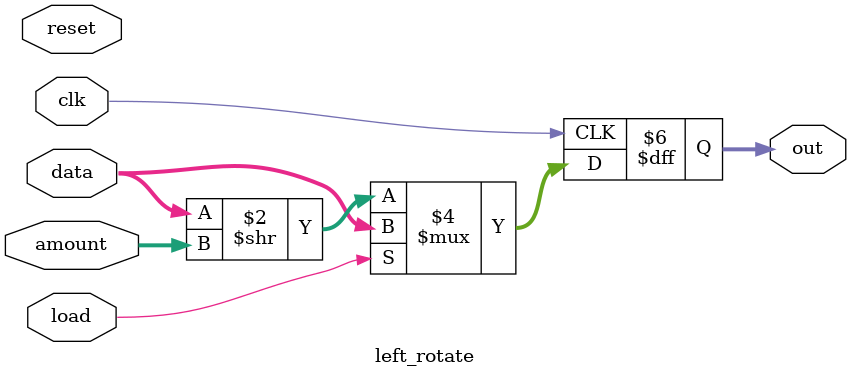
<source format=v>
module left_rotate(clk,reset,amount,data,load,out);
input clk,reset;
input [2:0] amount;
input [7:0] data;
input load;
output reg [7:0] out;
// when load is high, load data to out
// otherwise rotate the out register followed by left shift the out register by amount bits
always @(posedge clk)
    if (load)
        out = data;
    else
        out = data >> amount;
endmodule

</source>
